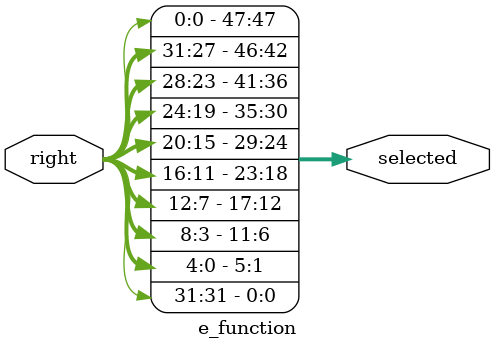
<source format=v>

`default_nettype none

module e_function (
    input wire [31:0] right,
    output wire [47:0] selected
);

assign selected[0] = right[31];   
assign selected[1] = right[0]; 
assign selected[2] = right[1]; 
assign selected[3] = right[2]; 
assign selected[4] = right[3]; 
assign selected[5] = right[4];
assign selected[6] = right[3];
assign selected[7] = right[4];
assign selected[8] = right[5];
assign selected[9] = right[6];
assign selected[10] = right[7];
assign selected[11] = right[8];
assign selected[12] = right[7];
assign selected[13] = right[8];
assign selected[14] = right[9];
assign selected[15] = right[10];
assign selected[16] = right[11];
assign selected[17] = right[12];
assign selected[18] = right[11];
assign selected[19] = right[12];
assign selected[20] = right[13];
assign selected[21] = right[14];
assign selected[22] = right[15];
assign selected[23] = right[16];
assign selected[24] = right[15];
assign selected[25] = right[16];
assign selected[26] = right[17];
assign selected[27] = right[18];
assign selected[28] = right[19];
assign selected[29] = right[20];
assign selected[30] = right[19];
assign selected[31] = right[20];
assign selected[32] = right[21];
assign selected[33] = right[22];
assign selected[34] = right[23];
assign selected[35] = right[24];
assign selected[36] = right[23];
assign selected[37] = right[24];
assign selected[38] = right[25];
assign selected[39] = right[26];
assign selected[40] = right[27];
assign selected[41] = right[28];
assign selected[42] = right[27];
assign selected[43] = right[28];
assign selected[44] = right[29];
assign selected[45] = right[30];
assign selected[46] = right[31];
assign selected[47] = right[0];


endmodule

</source>
